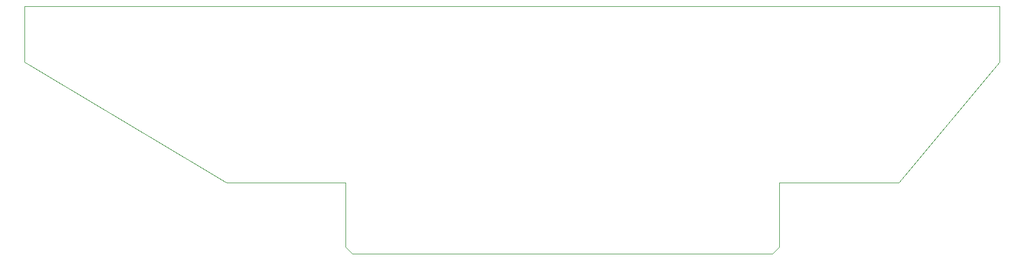
<source format=gm1>
G04 #@! TF.GenerationSoftware,KiCad,Pcbnew,(5.1.5-0-10_14)*
G04 #@! TF.CreationDate,2020-05-05T19:19:41-07:00*
G04 #@! TF.ProjectId,N64 Cart IDC Breakout,4e363420-4361-4727-9420-494443204272,rev?*
G04 #@! TF.SameCoordinates,Original*
G04 #@! TF.FileFunction,Profile,NP*
%FSLAX46Y46*%
G04 Gerber Fmt 4.6, Leading zero omitted, Abs format (unit mm)*
G04 Created by KiCad (PCBNEW (5.1.5-0-10_14)) date 2020-05-05 19:19:41*
%MOMM*%
%LPD*%
G04 APERTURE LIST*
%ADD10C,0.100000*%
G04 APERTURE END LIST*
D10*
X52750000Y-101500000D02*
X82750000Y-119500000D01*
X52750000Y-93200000D02*
X52750000Y-101500000D01*
X197750000Y-93200000D02*
X52750000Y-93200000D01*
X197750000Y-101500000D02*
X197750000Y-93200000D01*
X182750000Y-119500000D02*
X197750000Y-101500000D01*
X165000000Y-129000000D02*
X164000000Y-130000000D01*
X100500000Y-129000000D02*
X101500000Y-130000000D01*
X182750000Y-119500000D02*
X165000000Y-119500000D01*
X165000000Y-129000000D02*
X165000000Y-119500000D01*
X100500000Y-119500000D02*
X82750000Y-119500000D01*
X100500000Y-129000000D02*
X100500000Y-119500000D01*
X164000000Y-130000000D02*
X101500000Y-130000000D01*
M02*

</source>
